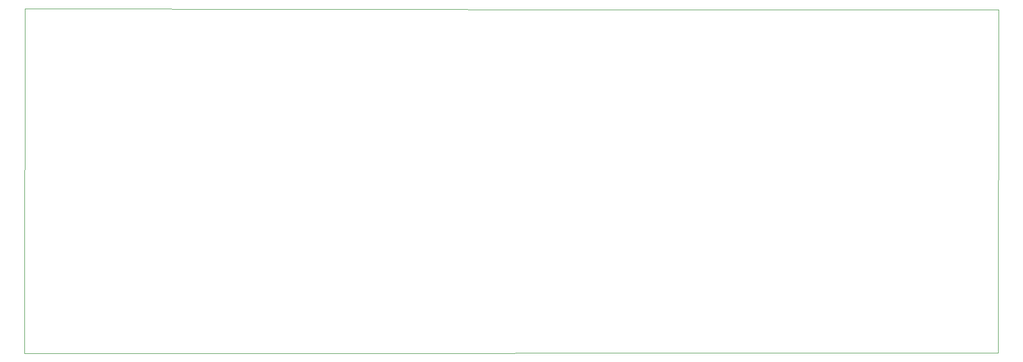
<source format=gbr>
%TF.GenerationSoftware,KiCad,Pcbnew,(5.1.6)-1*%
%TF.CreationDate,2020-09-25T17:37:13+06:00*%
%TF.ProjectId,TMC2130,544d4332-3133-4302-9e6b-696361645f70,rev?*%
%TF.SameCoordinates,Original*%
%TF.FileFunction,Profile,NP*%
%FSLAX46Y46*%
G04 Gerber Fmt 4.6, Leading zero omitted, Abs format (unit mm)*
G04 Created by KiCad (PCBNEW (5.1.6)-1) date 2020-09-25 17:37:13*
%MOMM*%
%LPD*%
G01*
G04 APERTURE LIST*
%TA.AperFunction,Profile*%
%ADD10C,0.050000*%
%TD*%
G04 APERTURE END LIST*
D10*
X-24300000Y-75700000D02*
X-24200000Y-21700000D01*
X-24300000Y-79000000D02*
X-24300000Y-75700000D01*
X137700000Y-78900000D02*
X-24300000Y-79000000D01*
X137800000Y-21900000D02*
X137700000Y-78900000D01*
X74300000Y-21900000D02*
X137800000Y-21900000D01*
X-24200000Y-21700000D02*
X74300000Y-21900000D01*
M02*

</source>
